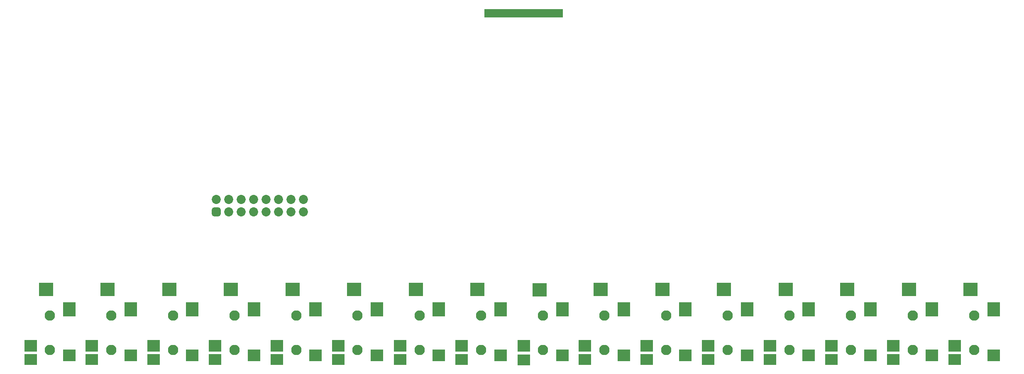
<source format=gts>
G04*
G04 #@! TF.GenerationSoftware,Altium Limited,Altium Designer,23.8.1 (32)*
G04*
G04 Layer_Color=8388736*
%FSLAX44Y44*%
%MOMM*%
G71*
G04*
G04 #@! TF.SameCoordinates,2CD9F57F-E5B0-4E4F-9D8E-019A79B69F08*
G04*
G04*
G04 #@! TF.FilePolarity,Negative*
G04*
G01*
G75*
%ADD19R,2.5032X2.2032*%
%ADD20R,2.5032X2.4031*%
%ADD21R,2.5032X3.0033*%
%ADD22R,3.0033X2.8031*%
%ADD23R,0.5532X1.8032*%
%ADD24C,2.1031*%
%ADD25C,1.8532*%
G04:AMPARAMS|DCode=26|XSize=1.8532mm|YSize=1.8532mm|CornerRadius=0.5141mm|HoleSize=0mm|Usage=FLASHONLY|Rotation=0.000|XOffset=0mm|YOffset=0mm|HoleType=Round|Shape=RoundedRectangle|*
%AMROUNDEDRECTD26*
21,1,1.8532,0.8250,0,0,0.0*
21,1,0.8250,1.8532,0,0,0.0*
1,1,1.0282,0.4125,-0.4125*
1,1,1.0282,-0.4125,-0.4125*
1,1,1.0282,-0.4125,0.4125*
1,1,1.0282,0.4125,0.4125*
%
%ADD26ROUNDEDRECTD26*%
D19*
X1031610Y74480D02*
D03*
X653150Y74579D02*
D03*
X1911070D02*
D03*
X1785340D02*
D03*
X1659610D02*
D03*
X1533880D02*
D03*
X1408150D02*
D03*
X1282420D02*
D03*
X1156690D02*
D03*
X905230D02*
D03*
X779500D02*
D03*
X528040D02*
D03*
X402310D02*
D03*
X276580D02*
D03*
X150850D02*
D03*
X25621D02*
D03*
D20*
X1110610Y83482D02*
D03*
X1031610Y102481D02*
D03*
X732150Y83581D02*
D03*
X653150Y102580D02*
D03*
X1990069Y83581D02*
D03*
X1911070Y102580D02*
D03*
X1864339Y83581D02*
D03*
X1785340Y102580D02*
D03*
X1738609Y83581D02*
D03*
X1659610Y102580D02*
D03*
X1612879Y83581D02*
D03*
X1533880Y102580D02*
D03*
X1487149Y83581D02*
D03*
X1408150Y102580D02*
D03*
X1361419Y83581D02*
D03*
X1282420Y102580D02*
D03*
X1235689Y83581D02*
D03*
X1156690Y102580D02*
D03*
X984229Y83581D02*
D03*
X905230Y102580D02*
D03*
X858499Y83581D02*
D03*
X779500Y102580D02*
D03*
X607039Y83581D02*
D03*
X528040Y102580D02*
D03*
X481309Y83581D02*
D03*
X402310Y102580D02*
D03*
X355579Y83581D02*
D03*
X276580Y102580D02*
D03*
X229849Y83581D02*
D03*
X150850Y102580D02*
D03*
X104620Y83581D02*
D03*
X25621Y102580D02*
D03*
D21*
X1110610Y177482D02*
D03*
X732150Y177581D02*
D03*
X1990069D02*
D03*
X1864339D02*
D03*
X1738609D02*
D03*
X1612879D02*
D03*
X1487149D02*
D03*
X1361419D02*
D03*
X1235689D02*
D03*
X984229D02*
D03*
X858499D02*
D03*
X607039D02*
D03*
X481309D02*
D03*
X355579D02*
D03*
X229849D02*
D03*
X104620D02*
D03*
D22*
X1063609Y217482D02*
D03*
X685149Y217581D02*
D03*
X1943069D02*
D03*
X1817339D02*
D03*
X1691609D02*
D03*
X1565879D02*
D03*
X1440149D02*
D03*
X1314419D02*
D03*
X1188689D02*
D03*
X937229D02*
D03*
X811499D02*
D03*
X560039D02*
D03*
X434309D02*
D03*
X308579D02*
D03*
X182849D02*
D03*
X57620D02*
D03*
D23*
X1074040Y781550D02*
D03*
X1079040D02*
D03*
X1084040D02*
D03*
X1089040D02*
D03*
X1094040D02*
D03*
X1099040D02*
D03*
X1104040D02*
D03*
X1109040D02*
D03*
X1034040D02*
D03*
X1039040D02*
D03*
X1044040D02*
D03*
X1049040D02*
D03*
X1054040D02*
D03*
X1059040D02*
D03*
X1064040D02*
D03*
X1069040D02*
D03*
X954040D02*
D03*
X959040D02*
D03*
X964040D02*
D03*
X969040D02*
D03*
X974040D02*
D03*
X979040D02*
D03*
X984040D02*
D03*
X989040D02*
D03*
X994040D02*
D03*
X999040D02*
D03*
X1004040D02*
D03*
X1009040D02*
D03*
X1014040D02*
D03*
X1019040D02*
D03*
X1024040D02*
D03*
X1029040D02*
D03*
D24*
X1071110Y94480D02*
D03*
Y164480D02*
D03*
X692650Y94579D02*
D03*
Y164579D02*
D03*
X1950570Y94579D02*
D03*
Y164579D02*
D03*
X1824840Y94579D02*
D03*
Y164579D02*
D03*
X1699110Y94579D02*
D03*
Y164579D02*
D03*
X1573380Y94579D02*
D03*
Y164579D02*
D03*
X1447650Y94579D02*
D03*
Y164579D02*
D03*
X1321920Y94579D02*
D03*
Y164579D02*
D03*
X1196190Y94579D02*
D03*
Y164579D02*
D03*
X944730Y94579D02*
D03*
Y164579D02*
D03*
X819000Y94579D02*
D03*
Y164579D02*
D03*
X567540Y94579D02*
D03*
Y164579D02*
D03*
X441810Y94579D02*
D03*
Y164579D02*
D03*
X316080Y94579D02*
D03*
Y164579D02*
D03*
X190350Y94579D02*
D03*
Y164579D02*
D03*
X65120Y94579D02*
D03*
Y164579D02*
D03*
D25*
X582160Y401820D02*
D03*
X556760D02*
D03*
X582160Y376420D02*
D03*
X556760D02*
D03*
X480560Y401820D02*
D03*
Y376420D02*
D03*
X455160Y401820D02*
D03*
Y376420D02*
D03*
X404360Y401820D02*
D03*
X429760Y376420D02*
D03*
Y401820D02*
D03*
X505960Y376420D02*
D03*
Y401820D02*
D03*
X531360Y376420D02*
D03*
Y401820D02*
D03*
D26*
X404360Y376420D02*
D03*
M02*

</source>
